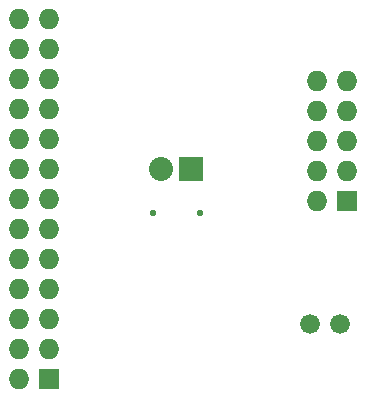
<source format=gbr>
G04 #@! TF.FileFunction,Soldermask,Bot*
%FSLAX46Y46*%
G04 Gerber Fmt 4.6, Leading zero omitted, Abs format (unit mm)*
G04 Created by KiCad (PCBNEW 4.0.1-stable) date 7/29/2016 10:59:53 AM*
%MOMM*%
G01*
G04 APERTURE LIST*
%ADD10C,0.150000*%
%ADD11C,0.550000*%
%ADD12R,1.727200X1.727200*%
%ADD13O,1.727200X1.727200*%
%ADD14R,2.032000X2.032000*%
%ADD15O,2.032000X2.032000*%
%ADD16C,1.676400*%
G04 APERTURE END LIST*
D10*
D11*
X13240000Y-18305000D03*
X17240000Y-18305000D03*
D12*
X4445000Y-32385000D03*
D13*
X1905000Y-32385000D03*
X4445000Y-29845000D03*
X1905000Y-29845000D03*
X4445000Y-27305000D03*
X1905000Y-27305000D03*
X4445000Y-24765000D03*
X1905000Y-24765000D03*
X4445000Y-22225000D03*
X1905000Y-22225000D03*
X4445000Y-19685000D03*
X1905000Y-19685000D03*
X4445000Y-17145000D03*
X1905000Y-17145000D03*
X4445000Y-14605000D03*
X1905000Y-14605000D03*
X4445000Y-12065000D03*
X1905000Y-12065000D03*
X4445000Y-9525000D03*
X1905000Y-9525000D03*
X4445000Y-6985000D03*
X1905000Y-6985000D03*
X4445000Y-4445000D03*
X1905000Y-4445000D03*
X4445000Y-1905000D03*
X1905000Y-1905000D03*
D12*
X29718000Y-17272000D03*
D13*
X27178000Y-17272000D03*
X29718000Y-14732000D03*
X27178000Y-14732000D03*
X29718000Y-12192000D03*
X27178000Y-12192000D03*
X29718000Y-9652000D03*
X27178000Y-9652000D03*
X29718000Y-7112000D03*
X27178000Y-7112000D03*
D14*
X16510000Y-14605000D03*
D15*
X13970000Y-14605000D03*
D16*
X26543000Y-27686000D03*
X29083000Y-27686000D03*
M02*

</source>
